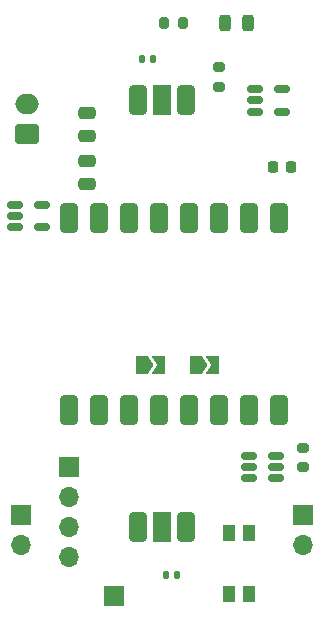
<source format=gbr>
%TF.GenerationSoftware,KiCad,Pcbnew,7.0.7*%
%TF.CreationDate,2024-09-13T10:44:57-05:00*%
%TF.ProjectId,OM-EPSC3-Micro,4f4d2d45-5053-4433-932d-4d6963726f2e,rev?*%
%TF.SameCoordinates,Original*%
%TF.FileFunction,Soldermask,Top*%
%TF.FilePolarity,Negative*%
%FSLAX46Y46*%
G04 Gerber Fmt 4.6, Leading zero omitted, Abs format (unit mm)*
G04 Created by KiCad (PCBNEW 7.0.7) date 2024-09-13 10:44:57*
%MOMM*%
%LPD*%
G01*
G04 APERTURE LIST*
G04 Aperture macros list*
%AMRoundRect*
0 Rectangle with rounded corners*
0 $1 Rounding radius*
0 $2 $3 $4 $5 $6 $7 $8 $9 X,Y pos of 4 corners*
0 Add a 4 corners polygon primitive as box body*
4,1,4,$2,$3,$4,$5,$6,$7,$8,$9,$2,$3,0*
0 Add four circle primitives for the rounded corners*
1,1,$1+$1,$2,$3*
1,1,$1+$1,$4,$5*
1,1,$1+$1,$6,$7*
1,1,$1+$1,$8,$9*
0 Add four rect primitives between the rounded corners*
20,1,$1+$1,$2,$3,$4,$5,0*
20,1,$1+$1,$4,$5,$6,$7,0*
20,1,$1+$1,$6,$7,$8,$9,0*
20,1,$1+$1,$8,$9,$2,$3,0*%
%AMFreePoly0*
4,1,6,1.000000,0.000000,0.500000,-0.750000,-0.500000,-0.750000,-0.500000,0.750000,0.500000,0.750000,1.000000,0.000000,1.000000,0.000000,$1*%
%AMFreePoly1*
4,1,6,0.500000,-0.750000,-0.650000,-0.750000,-0.150000,0.000000,-0.650000,0.750000,0.500000,0.750000,0.500000,-0.750000,0.500000,-0.750000,$1*%
G04 Aperture macros list end*
%ADD10R,1.700000X1.700000*%
%ADD11RoundRect,0.200000X-0.200000X-0.275000X0.200000X-0.275000X0.200000X0.275000X-0.200000X0.275000X0*%
%ADD12RoundRect,0.381000X-0.381000X0.881000X-0.381000X-0.881000X0.381000X-0.881000X0.381000X0.881000X0*%
%ADD13R,1.524000X2.524000*%
%ADD14RoundRect,0.150000X-0.512500X-0.150000X0.512500X-0.150000X0.512500X0.150000X-0.512500X0.150000X0*%
%ADD15FreePoly0,0.000000*%
%ADD16FreePoly1,0.000000*%
%ADD17O,1.700000X1.700000*%
%ADD18RoundRect,0.140000X-0.140000X-0.170000X0.140000X-0.170000X0.140000X0.170000X-0.140000X0.170000X0*%
%ADD19RoundRect,0.381000X0.381000X-0.881000X0.381000X0.881000X-0.381000X0.881000X-0.381000X-0.881000X0*%
%ADD20RoundRect,0.140000X0.140000X0.170000X-0.140000X0.170000X-0.140000X-0.170000X0.140000X-0.170000X0*%
%ADD21RoundRect,0.250000X0.475000X-0.250000X0.475000X0.250000X-0.475000X0.250000X-0.475000X-0.250000X0*%
%ADD22RoundRect,0.243750X-0.243750X-0.456250X0.243750X-0.456250X0.243750X0.456250X-0.243750X0.456250X0*%
%ADD23RoundRect,0.200000X0.275000X-0.200000X0.275000X0.200000X-0.275000X0.200000X-0.275000X-0.200000X0*%
%ADD24O,2.000000X1.700000*%
%ADD25RoundRect,0.250000X0.750000X-0.600000X0.750000X0.600000X-0.750000X0.600000X-0.750000X-0.600000X0*%
%ADD26R,1.000000X1.450000*%
%ADD27RoundRect,0.225000X-0.225000X-0.250000X0.225000X-0.250000X0.225000X0.250000X-0.225000X0.250000X0*%
G04 APERTURE END LIST*
D10*
%TO.C,J5*%
X218694000Y-141478000D03*
%TD*%
D11*
%TO.C,R2*%
X222886000Y-92964000D03*
X224536000Y-92964000D03*
%TD*%
D12*
%TO.C,H1*%
X224790000Y-99449000D03*
D13*
X222758000Y-99449000D03*
D12*
X220726000Y-99449000D03*
%TD*%
D14*
%TO.C,U5*%
X210312000Y-108336000D03*
X210312000Y-109286000D03*
X210312000Y-110236000D03*
X212587000Y-110236000D03*
X212587000Y-108336000D03*
%TD*%
D15*
%TO.C,JP1*%
X221054000Y-121920000D03*
D16*
X222504000Y-121920000D03*
%TD*%
D14*
%TO.C,U2*%
X230632000Y-98552000D03*
X230632000Y-99502000D03*
X230632000Y-100452000D03*
X232907000Y-100452000D03*
X232907000Y-98552000D03*
%TD*%
D10*
%TO.C,J3*%
X234696000Y-134620000D03*
D17*
X234696000Y-137160000D03*
%TD*%
D18*
%TO.C,C1*%
X223068000Y-139700000D03*
X224028000Y-139700000D03*
%TD*%
D19*
%TO.C,H0*%
X220726000Y-135628000D03*
D13*
X222758000Y-135628000D03*
D19*
X224790000Y-135628000D03*
%TD*%
D20*
%TO.C,C2*%
X221996000Y-96012000D03*
X221036000Y-96012000D03*
%TD*%
D15*
%TO.C,JP2*%
X225626000Y-121920000D03*
D16*
X227076000Y-121920000D03*
%TD*%
D21*
%TO.C,C9*%
X216408000Y-106548000D03*
X216408000Y-104648000D03*
%TD*%
D10*
%TO.C,J1*%
X214884000Y-130556000D03*
D17*
X214884000Y-133096000D03*
X214884000Y-135636000D03*
X214884000Y-138176000D03*
%TD*%
D22*
%TO.C,D1*%
X228092000Y-92964000D03*
X229967000Y-92964000D03*
%TD*%
D23*
%TO.C,R1*%
X227584000Y-98361000D03*
X227584000Y-96711000D03*
%TD*%
D19*
%TO.C,U1*%
X232664000Y-125722000D03*
X230124000Y-125722000D03*
X227584000Y-125722000D03*
X225044000Y-125722000D03*
X222504000Y-125722000D03*
X214884000Y-109482000D03*
X217424000Y-109482000D03*
X219964000Y-109482000D03*
X222504000Y-109482000D03*
X225044000Y-109482000D03*
X227584000Y-109482000D03*
X230124000Y-109482000D03*
X232664000Y-109482000D03*
X214884000Y-125722000D03*
X217424000Y-125722000D03*
X219964000Y-125722000D03*
%TD*%
D23*
%TO.C,R8*%
X234696000Y-130556000D03*
X234696000Y-128906000D03*
%TD*%
D24*
%TO.C,J4*%
X211328000Y-99842000D03*
D25*
X211328000Y-102342000D03*
%TD*%
D26*
%TO.C,SW2*%
X228424000Y-136144000D03*
X230124000Y-136144000D03*
X228424000Y-141294000D03*
X230124000Y-141294000D03*
%TD*%
D10*
%TO.C,J2*%
X210820000Y-134620000D03*
D17*
X210820000Y-137160000D03*
%TD*%
D27*
%TO.C,C5*%
X232130000Y-105156000D03*
X233680000Y-105156000D03*
%TD*%
D14*
%TO.C,MAX1*%
X230124000Y-129606000D03*
X230124000Y-130556000D03*
X230124000Y-131506000D03*
X232399000Y-131506000D03*
X232399000Y-130556000D03*
X232399000Y-129606000D03*
%TD*%
D21*
%TO.C,C10*%
X216408000Y-102484000D03*
X216408000Y-100584000D03*
%TD*%
M02*

</source>
